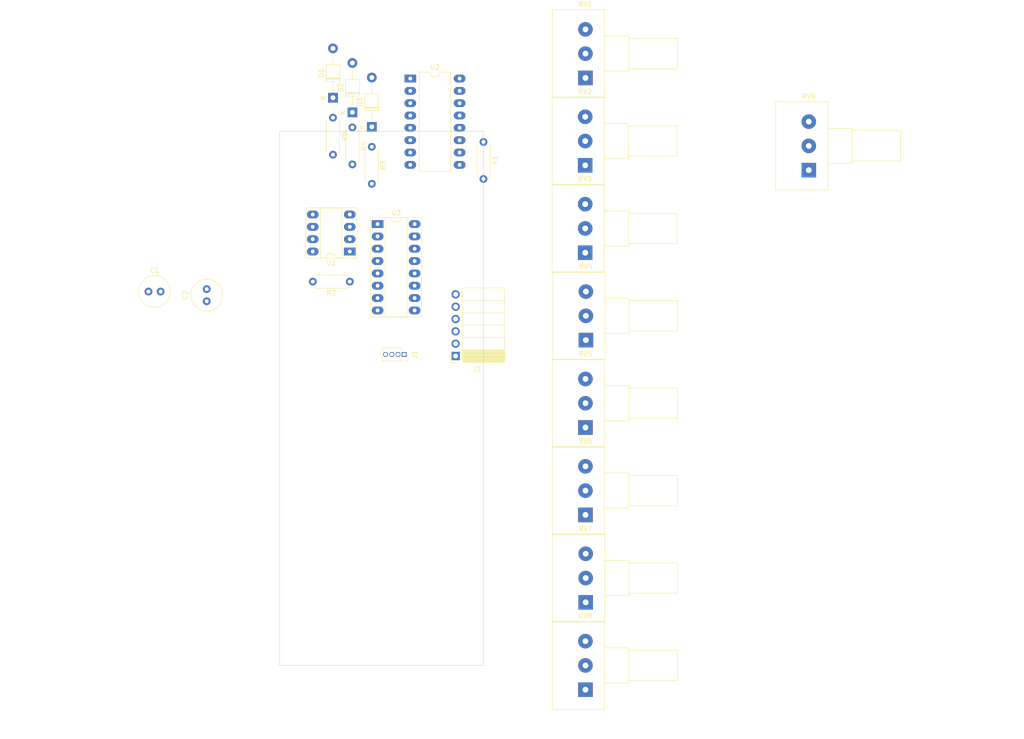
<source format=kicad_pcb>
(kicad_pcb (version 20211014) (generator pcbnew)
  (layers (0 "F.Cu" signal) (31 "B.Cu" signal) (34 "B.Paste" user) (35 "F.Paste" user) (36 "B.SilkS" user "B.Silkscreen") (37 "F.SilkS" user "F.Silkscreen") (38 "B.Mask" user) (39 "F.Mask" user) (44 "Edge.Cuts" user))
  (net 0 "")
  (net 1 "+12V")
  (net 2 "+5V")
  (net 3 "GND")
  (net 4 "-12V")
  (net 5 "/+ref")
  (net 6 "/bin2")
  (net 7 "Net-(U2-Pad4)")
  (net 8 "/bin1")
  (net 9 "Net-(U2-Pad5)")
  (net 10 "/bin0")
  (net 11 "Net-(U2-Pad7)")
  (net 12 "Net-(R1-Pad1)")
  (net 13 "/inh_in")
  (net 14 "Net-(RV1-Pad2)")
  (net 15 "Net-(RV2-Pad2)")
  (net 16 "Net-(RV3-Pad2)")
  (net 17 "Net-(RV4-Pad2)")
  (net 18 "Net-(RV5-Pad2)")
  (net 19 "Net-(RV6-Pad2)")
  (net 20 "Net-(RV7-Pad2)")
  (net 21 "Net-(RV8-Pad2)")
  (net 23 "/v_out")
  (net 24 "Net-(U1-Pad3)")
  (net 32 "/clk_in")
  (footprint "Potentiometer_THT:Potentiometer_Alps_RK163_Single_Horizontal" (layer "F.Cu") (at 211 61 180)
    (fp_text reference "RV9" (at 0 15.2) (layer "F.SilkS"))
    (fp_text value "10k")
    (fp_line (start -3.92 8.62) (end -8.92 8.62) (layer "F.SilkS") (width 0.12))
    (fp_line (start -3.92 14.07) (end -3.92 -4.07) (layer "F.SilkS") (width 0.12))
    (fp_line (start -3.92 1.38) (end -8.92 1.38) (layer "F.SilkS") (width 0.12))
    (fp_line (start 6.82 14.07) (end -3.92 14.07) (layer "F.SilkS") (width 0.12))
    (fp_line (start -18.92 8.12) (end -18.92 1.88) (layer "F.SilkS") (width 0.12))
    (fp_line (start -8.92 8.12) (end -18.92 8.12) (layer "F.SilkS") (width 0.12))
    (fp_line (start 6.82 -4.07) (end -3.92 -4.07) (layer "F.SilkS") (width 0.12))
    (fp_line (start -8.92 1.88) (end -18.92 1.88) (layer "F.SilkS") (width 0.12))
    (fp_line (start 6.82 14.07) (end 6.82 -4.07) (layer "F.SilkS") (width 0.12))
    (fp_line (start -8.92 8.62) (end -8.92 1.38) (layer "F.SilkS") (width 0.12))
    (pad "1" thru_hole rect (at 0 0) (size 3 3) (drill 1.2) (layers *.Cu *.Mask) (net 2 "+5V"))
    (pad "2" thru_hole circle (at 0 5) (size 3 3) (drill 1.2) (layers *.Cu *.Mask) (net 5 "/+ref"))
    (pad "3" thru_hole circle (at 0 10) (size 3 3) (drill 1.2) (layers *.Cu *.Mask) (net 3 "GND"))
  )
  (footprint "Resistor_THT:R_Axial_DIN0207_L6.3mm_D2.5mm_P7.62mm_Horizontal" (layer "F.Cu") (at 113 50.19 -90)
    (fp_text reference "R5" (at 3.81 -2.37 90) (layer "F.SilkS"))
    (fp_text value "R")
    (fp_line (start 0.54 1.37) (end 7.08 1.37) (layer "F.SilkS") (width 0.12))
    (fp_line (start 0.54 -1.37) (end 7.08 -1.37) (layer "F.SilkS") (width 0.12))
    (fp_line (start 7.08 1.37) (end 7.08 1.04) (layer "F.SilkS") (width 0.12))
    (fp_line (start 0.54 -1.04) (end 0.54 -1.37) (layer "F.SilkS") (width 0.12))
    (fp_line (start 0.54 1.04) (end 0.54 1.37) (layer "F.SilkS") (width 0.12))
    (fp_line (start 7.08 -1.37) (end 7.08 -1.04) (layer "F.SilkS") (width 0.12))
    (pad "1" thru_hole circle (at 0 0 270) (size 1.6 1.6) (drill 0.8) (layers *.Cu *.Mask) (net 6 "/bin2"))
    (pad "2" thru_hole oval (at 7.62 0 270) (size 1.6 1.6) (drill 0.8) (layers *.Cu *.Mask) (net 3 "GND"))
  )
  (footprint "Diode_THT:D_T-1_P10.16mm_Horizontal" (layer "F.Cu") (at 121 52.08 90)
    (fp_text reference "D3" (at 5.08 -2.42 90) (layer "F.SilkS"))
    (fp_text value "D")
    (fp_text user "K" (at 0 -2 90) (layer "F.SilkS"))
    (fp_line (start 6.8 -1.42) (end 3.36 -1.42) (layer "F.SilkS") (width 0.12))
    (fp_line (start 4.08 -1.42) (end 4.08 1.42) (layer "F.SilkS") (width 0.12))
    (fp_line (start 1.24 0) (end 3.36 0) (layer "F.SilkS") (width 0.12))
    (fp_line (start 6.8 1.42) (end 6.8 -1.42) (layer "F.SilkS") (width 0.12))
    (fp_line (start 3.36 1.42) (end 6.8 1.42) (layer "F.SilkS") (width 0.12))
    (fp_line (start 8.92 0) (end 6.8 0) (layer "F.SilkS") (width 0.12))
    (fp_line (start 3.96 -1.42) (end 3.96 1.42) (layer "F.SilkS") (width 0.12))
    (fp_line (start 3.84 -1.42) (end 3.84 1.42) (layer "F.SilkS") (width 0.12))
    (fp_line (start 3.36 -1.42) (end 3.36 1.42) (layer "F.SilkS") (width 0.12))
    (pad "1" thru_hole rect (at 0 0 90) (size 2 2) (drill 1) (layers *.Cu *.Mask) (net 10 "/bin0"))
    (pad "2" thru_hole oval (at 10.16 0 90) (size 2 2) (drill 1) (layers *.Cu *.Mask) (net 11 "Net-(U2-Pad7)"))
  )
  (footprint "Package_DIP:DIP-16_W10.16mm_LongPads" (layer "F.Cu") (at 128.925 42.125)
    (fp_text reference "U2" (at 5.08 -2.33) (layer "F.SilkS"))
    (fp_text value "4020")
    (fp_line (start 4.08 -1.33) (end 1.845 -1.33) (layer "F.SilkS") (width 0.12))
    (fp_line (start 1.845 -1.33) (end 1.845 19.11) (layer "F.SilkS") (width 0.12))
    (fp_line (start 1.845 19.11) (end 8.315 19.11) (layer "F.SilkS") (width 0.12))
    (fp_line (start 8.315 -1.33) (end 6.08 -1.33) (layer "F.SilkS") (width 0.12))
    (fp_line (start 8.315 19.11) (end 8.315 -1.33) (layer "F.SilkS") (width 0.12))
    (fp_arc (start 6.08 -1.33) (mid 5.08 -0.33) (end 4.08 -1.33) (layer "F.SilkS") (width 0.12))
    (pad "1" thru_hole rect (at 0 0) (size 2.4 1.6) (drill 0.8) (layers *.Cu *.Mask))
    (pad "2" thru_hole oval (at 0 2.54) (size 2.4 1.6) (drill 0.8) (layers *.Cu *.Mask))
    (pad "3" thru_hole oval (at 0 5.08) (size 2.4 1.6) (drill 0.8) (layers *.Cu *.Mask))
    (pad "4" thru_hole oval (at 0 7.62) (size 2.4 1.6) (drill 0.8) (layers *.Cu *.Mask) (net 7 "Net-(U2-Pad4)"))
    (pad "5" thru_hole oval (at 0 10.16) (size 2.4 1.6) (drill 0.8) (layers *.Cu *.Mask) (net 9 "Net-(U2-Pad5)"))
    (pad "6" thru_hole oval (at 0 12.7) (size 2.4 1.6) (drill 0.8) (layers *.Cu *.Mask))
    (pad "7" thru_hole oval (at 0 15.24) (size 2.4 1.6) (drill 0.8) (layers *.Cu *.Mask) (net 11 "Net-(U2-Pad7)"))
    (pad "8" thru_hole oval (at 0 17.78) (size 2.4 1.6) (drill 0.8) (layers *.Cu *.Mask) (net 3 "GND"))
    (pad "9" thru_hole oval (at 10.16 17.78) (size 2.4 1.6) (drill 0.8) (layers *.Cu *.Mask))
    (pad "10" thru_hole oval (at 10.16 15.24) (size 2.4 1.6) (drill 0.8) (layers *.Cu *.Mask) (net 32 "/clk_in"))
    (pad "11" thru_hole oval (at 10.16 12.7) (size 2.4 1.6) (drill 0.8) (layers *.Cu *.Mask) (net 12 "Net-(R1-Pad1)"))
    (pad "12" thru_hole oval (at 10.16 10.16) (size 2.4 1.6) (drill 0.8) (layers *.Cu *.Mask))
    (pad "13" thru_hole oval (at 10.16 7.62) (size 2.4 1.6) (drill 0.8) (layers *.Cu *.Mask))
    (pad "14" thru_hole oval (at 10.16 5.08) (size 2.4 1.6) (drill 0.8) (layers *.Cu *.Mask))
    (pad "15" thru_hole oval (at 10.16 2.54) (size 2.4 1.6) (drill 0.8) (layers *.Cu *.Mask))
    (pad "16" thru_hole oval (at 10.16 0) (size 2.4 1.6) (drill 0.8) (layers *.Cu *.Mask) (net 2 "+5V"))
  )
  (footprint "Potentiometer_THT:Potentiometer_Alps_RK163_Single_Horizontal" (layer "F.Cu") (at 165 114 180)
    (fp_text reference "RV5" (at 0 15.2) (layer "F.SilkS"))
    (fp_text value "100k")
    (fp_line (start -8.92 1.88) (end -18.92 1.88) (layer "F.SilkS") (width 0.12))
    (fp_line (start 6.82 -4.07) (end -3.92 -4.07) (layer "F.SilkS") (width 0.12))
    (fp_line (start -8.92 8.12) (end -18.92 8.12) (layer "F.SilkS") (width 0.12))
    (fp_line (start 6.82 14.07) (end 6.82 -4.07) (layer "F.SilkS") (width 0.12))
    (fp_line (start -3.92 1.38) (end -8.92 1.38) (layer "F.SilkS") (width 0.12))
    (fp_line (start 6.82 14.07) (end -3.92 14.07) (layer "F.SilkS") (width 0.12))
    (fp_line (start -18.92 8.12) (end -18.92 1.88) (layer "F.SilkS") (width 0.12))
    (fp_line (start -8.92 8.62) (end -8.92 1.38) (layer "F.SilkS") (width 0.12))
    (fp_line (start -3.92 8.62) (end -8.92 8.62) (layer "F.SilkS") (width 0.12))
    (fp_line (start -3.92 14.07) (end -3.92 -4.07) (layer "F.SilkS") (width 0.12))
    (pad "1" thru_hole rect (at 0 0) (size 3 3) (drill 1.2) (layers *.Cu *.Mask) (net 5 "/+ref"))
    (pad "2" thru_hole circle (at 0 5) (size 3 3) (drill 1.2) (layers *.Cu *.Mask) (net 18 "Net-(RV5-Pad2)"))
    (pad "3" thru_hole circle (at 0 10) (size 3 3) (drill 1.2) (layers *.Cu *.Mask) (net 3 "GND"))
  )
  (footprint "Resistor_THT:R_Axial_DIN0207_L6.3mm_D2.5mm_P7.62mm_Horizontal" (layer "F.Cu") (at 144 55.19 -90)
    (fp_text reference "R1" (at 3.81 -2.37 90) (layer "F.SilkS"))
    (fp_text value "R")
    (fp_line (start 7.08 1.37) (end 7.08 1.04) (layer "F.SilkS") (width 0.12))
    (fp_line (start 7.08 -1.37) (end 7.08 -1.04) (layer "F.SilkS") (width 0.12))
    (fp_line (start 0.54 1.04) (end 0.54 1.37) (layer "F.SilkS") (width 0.12))
    (fp_line (start 0.54 -1.37) (end 7.08 -1.37) (layer "F.SilkS") (width 0.12))
    (fp_line (start 0.54 1.37) (end 7.08 1.37) (layer "F.SilkS") (width 0.12))
    (fp_line (start 0.54 -1.04) (end 0.54 -1.37) (layer "F.SilkS") (width 0.12))
    (pad "1" thru_hole circle (at 0 0 270) (size 1.6 1.6) (drill 0.8) (layers *.Cu *.Mask) (net 12 "Net-(R1-Pad1)"))
    (pad "2" thru_hole oval (at 7.62 0 270) (size 1.6 1.6) (drill 0.8) (layers *.Cu *.Mask) (net 3 "GND"))
  )
  (footprint "Diode_THT:D_T-1_P10.16mm_Horizontal" (layer "F.Cu") (at 117 49.08 90)
    (fp_text reference "D2" (at 5.08 -2.42 90) (layer "F.SilkS"))
    (fp_text value "D")
    (fp_text user "K" (at 0 -2 90) (layer "F.SilkS"))
    (fp_line (start 3.84 -1.42) (end 3.84 1.42) (layer "F.SilkS") (width 0.12))
    (fp_line (start 6.8 1.42) (end 6.8 -1.42) (layer "F.SilkS") (width 0.12))
    (fp_line (start 3.36 -1.42) (end 3.36 1.42) (layer "F.SilkS") (width 0.12))
    (fp_line (start 3.36 1.42) (end 6.8 1.42) (layer "F.SilkS") (width 0.12))
    (fp_line (start 1.24 0) (end 3.36 0) (layer "F.SilkS") (width 0.12))
    (fp_line (start 3.96 -1.42) (end 3.96 1.42) (layer "F.SilkS") (width 0.12))
    (fp_line (start 4.08 -1.42) (end 4.08 1.42) (layer "F.SilkS") (width 0.12))
    (fp_line (start 6.8 -1.42) (end 3.36 -1.42) (layer "F.SilkS") (width 0.12))
    (fp_line (start 8.92 0) (end 6.8 0) (layer "F.SilkS") (width 0.12))
    (pad "1" thru_hole rect (at 0 0 90) (size 2 2) (drill 1) (layers *.Cu *.Mask) (net 8 "/bin1"))
    (pad "2" thru_hole oval (at 10.16 0 90) (size 2 2) (drill 1) (layers *.Cu *.Mask) (net 9 "Net-(U2-Pad5)"))
  )
  (footprint "Potentiometer_THT:Potentiometer_Alps_RK163_Single_Horizontal" (layer "F.Cu") (at 165 132 180)
    (fp_text reference "RV6" (at 0 15.2) (layer "F.SilkS"))
    (fp_text value "100k")
    (fp_line (start 6.82 -4.07) (end -3.92 -4.07) (layer "F.SilkS") (width 0.12))
    (fp_line (start -3.92 1.38) (end -8.92 1.38) (layer "F.SilkS") (width 0.12))
    (fp_line (start -8.92 1.88) (end -18.92 1.88) (layer "F.SilkS") (width 0.12))
    (fp_line (start -3.92 8.62) (end -8.92 8.62) (layer "F.SilkS") (width 0.12))
    (fp_line (start -3.92 14.07) (end -3.92 -4.07) (layer "F.SilkS") (width 0.12))
    (fp_line (start -18.92 8.12) (end -18.92 1.88) (layer "F.SilkS") (width 0.12))
    (fp_line (start 6.82 14.07) (end -3.92 14.07) (layer "F.SilkS") (width 0.12))
    (fp_line (start -8.92 8.62) (end -8.92 1.38) (layer "F.SilkS") (width 0.12))
    (fp_line (start -8.92 8.12) (end -18.92 8.12) (layer "F.SilkS") (width 0.12))
    (fp_line (start 6.82 14.07) (end 6.82 -4.07) (layer "F.SilkS") (width 0.12))
    (pad "1" thru_hole rect (at 0 0) (size 3 3) (drill 1.2) (layers *.Cu *.Mask) (net 5 "/+ref"))
    (pad "2" thru_hole circle (at 0 5) (size 3 3) (drill 1.2) (layers *.Cu *.Mask) (net 19 "Net-(RV6-Pad2)"))
    (pad "3" thru_hole circle (at 0 10) (size 3 3) (drill 1.2) (layers *.Cu *.Mask) (net 3 "GND"))
  )
  (footprint "Diode_THT:D_T-1_P10.16mm_Horizontal" (layer "F.Cu") (at 113 46.08 90)
    (fp_text reference "D1" (at 5.08 -2.42 90) (layer "F.SilkS"))
    (fp_text value "D")
    (fp_text user "K" (at 0 -2 90) (layer "F.SilkS"))
    (fp_line (start 3.36 1.42) (end 6.8 1.42) (layer "F.SilkS") (width 0.12))
    (fp_line (start 6.8 -1.42) (end 3.36 -1.42) (layer "F.SilkS") (width 0.12))
    (fp_line (start 6.8 1.42) (end 6.8 -1.42) (layer "F.SilkS") (width 0.12))
    (fp_line (start 1.24 0) (end 3.36 0) (layer "F.SilkS") (width 0.12))
    (fp_line (start 3.84 -1.42) (end 3.84 1.42) (layer "F.SilkS") (width 0.12))
    (fp_line (start 3.96 -1.42) (end 3.96 1.42) (layer "F.SilkS") (width 0.12))
    (fp_line (start 8.92 0) (end 6.8 0) (layer "F.SilkS") (width 0.12))
    (fp_line (start 4.08 -1.42) (end 4.08 1.42) (layer "F.SilkS") (width 0.12))
    (fp_line (start 3.36 -1.42) (end 3.36 1.42) (layer "F.SilkS") (width 0.12))
    (pad "1" thru_hole rect (at 0 0 90) (size 2 2) (drill 1) (layers *.Cu *.Mask) (net 6 "/bin2"))
    (pad "2" thru_hole oval (at 10.16 0 90) (size 2 2) (drill 1) (layers *.Cu *.Mask) (net 7 "Net-(U2-Pad4)"))
  )
  (footprint "Capacitor_THT:C_Radial_D6.3mm_H11.0mm_P2.50mm" (layer "F.Cu") (at 75 86)
    (fp_text reference "C1" (at 1.25 -4.4) (layer "F.SilkS"))
    (fp_text value "C")
    (fp_circle (center 1.25 0) (end 4.52 0) (layer "F.SilkS") (width 0.12) (fill none))
    (pad "1" thru_hole circle (at 0 0) (size 1.6 1.6) (drill 0.8) (layers *.Cu *.Mask) (net 2 "+5V"))
    (pad "2" thru_hole circle (at 2.5 0) (size 1.6 1.6) (drill 0.8) (layers *.Cu *.Mask) (net 3 "GND"))
  )
  (footprint "Connector_PinSocket_1.27mm:PinSocket_1x04_P1.27mm_Vertical" (layer "F.Cu") (at 127.66 98.95 -90)
    (fp_text reference "J1" (at 0 -2.135 90) (layer "F.SilkS"))
    (fp_text value "PowerSupply")
    (fp_line (start -1.33 4.505) (end -0.30753 4.505) (layer "F.SilkS") (width 0.12))
    (fp_line (start -1.33 0.635) (end -0.76 0.635) (layer "F.SilkS") (width 0.12))
    (fp_line (start 0.76 0.635) (end 1.33 0.635) (layer "F.SilkS") (width 0.12))
    (fp_line (start 1.33 0.635) (end 1.33 4.505) (layer "F.SilkS") (width 0.12))
    (fp_line (start 0 -0.76) (end 1.33 -0.76) (layer "F.SilkS") (width 0.12))
    (fp_line (start 0.30753 4.505) (end 1.33 4.505) (layer "F.SilkS") (width 0.12))
    (fp_line (start -1.33 0.635) (end -1.33 4.505) (layer "F.SilkS") (width 0.12))
    (fp_line (start 1.33 -0.76) (end 1.33 0) (layer "F.SilkS") (width 0.12))
    (pad "1" thru_hole rect (at 0 0 270) (size 1 1) (drill 0.7) (layers *.Cu *.Mask) (net 1 "+12V"))
    (pad "2" thru_hole oval (at 0 1.27 270) (size 1 1) (drill 0.7) (layers *.Cu *.Mask) (net 2 "+5V"))
    (pad "3" thru_hole oval (at 0 2.54 270) (size 1 1) (drill 0.7) (layers *.Cu *.Mask) (net 3 "GND"))
    (pad "4" thru_hole oval (at 0 3.81 270) (size 1 1) (drill 0.7) (layers *.Cu *.Mask) (net 4 "-12V"))
  )
  (footprint "Resistor_THT:R_Axial_DIN0207_L6.3mm_D2.5mm_P7.62mm_Horizontal" (layer "F.Cu") (at 121 56.19 -90)
    (fp_text reference "R3" (at 3.81 -2.37 90) (layer "F.SilkS"))
    (fp_text value "R")
    (fp_line (start 0.54 -1.04) (end 0.54 -1.37) (layer "F.SilkS") (width 0.12))
    (fp_line (start 7.08 -1.37) (end 7.08 -1.04) (layer "F.SilkS") (width 0.12))
    (fp_line (start 7.08 1.37) (end 7.08 1.04) (layer "F.SilkS") (width 0.12))
    (fp_line (start 0.54 -1.37) (end 7.08 -1.37) (layer "F.SilkS") (width 0.12))
    (fp_line (start 0.54 1.04) (end 0.54 1.37) (layer "F.SilkS") (width 0.12))
    (fp_line (start 0.54 1.37) (end 7.08 1.37) (layer "F.SilkS") (width 0.12))
    (pad "1" thru_hole circle (at 0 0 270) (size 1.6 1.6) (drill 0.8) (layers *.Cu *.Mask) (net 10 "/bin0"))
    (pad "2" thru_hole oval (at 7.62 0 270) (size 1.6 1.6) (drill 0.8) (layers *.Cu *.Mask) (net 3 "GND"))
  )
  (footprint "Potentiometer_THT:Potentiometer_Alps_RK163_Single_Horizontal" (layer "F.Cu") (at 165.05 150 180)
    (fp_text reference "RV7" (at 0 15.2) (layer "F.SilkS"))
    (fp_text value "100k")
    (fp_line (start -3.92 1.38) (end -8.92 1.38) (layer "F.SilkS") (width 0.12))
    (fp_line (start -3.92 8.62) (end -8.92 8.62) (layer "F.SilkS") (width 0.12))
    (fp_line (start 6.82 -4.07) (end -3.92 -4.07) (layer "F.SilkS") (width 0.12))
    (fp_line (start -8.92 8.62) (end -8.92 1.38) (layer "F.SilkS") (width 0.12))
    (fp_line (start -3.92 14.07) (end -3.92 -4.07) (layer "F.SilkS") (width 0.12))
    (fp_line (start 6.82 14.07) (end 6.82 -4.07) (layer "F.SilkS") (width 0.12))
    (fp_line (start -18.92 8.12) (end -18.92 1.88) (layer "F.SilkS") (width 0.12))
    (fp_line (start 6.82 14.07) (end -3.92 14.07) (layer "F.SilkS") (width 0.12))
    (fp_line (start -8.92 8.12) (end -18.92 8.12) (layer "F.SilkS") (width 0.12))
    (fp_line (start -8.92 1.88) (end -18.92 1.88) (layer "F.SilkS") (width 0.12))
    (pad "1" thru_hole rect (at 0 0) (size 3 3) (drill 1.2) (layers *.Cu *.Mask) (net 5 "/+ref"))
    (pad "2" thru_hole circle (at 0 5) (size 3 3) (drill 1.2) (layers *.Cu *.Mask) (net 20 "Net-(RV7-Pad2)"))
    (pad "3" thru_hole circle (at 0 10) (size 3 3) (drill 1.2) (layers *.Cu *.Mask) (net 3 "GND"))
  )
  (footprint "Connector_PinSocket_2.54mm:PinSocket_1x06_P2.54mm_Horizontal" (layer "F.Cu") (at 138.26 99.275 180)
    (fp_text reference "J2" (at -4.38 -2.77) (layer "F.SilkS"))
    (fp_text value "Conn_01x06_Female")
    (fp_line (start -10.09 0.67952) (end -1.46 0.67952) (layer "F.SilkS") (width 0.12))
    (fp_line (start -1.46 7.98) (end -1.05 7.98) (layer "F.SilkS") (width 0.12))
    (fp_line (start -1.46 2.9) (end -1.05 2.9) (layer "F.SilkS") (width 0.12))
    (fp_line (start -1.46 4.72) (end -1.05 4.72) (layer "F.SilkS") (width 0.12))
    (fp_line (start -10.09 0.44333) (end -1.46 0.44333) (layer "F.SilkS") (width 0.12))
    (fp_line (start -10.09 -0.383335) (end -1.46 -0.383335) (layer "F.SilkS") (width 0.12))
    (fp_line (start 0 -1.33) (end 1.11 -1.33) (layer "F.SilkS") (width 0.12))
    (fp_line (start -10.09 -0.97381) (end -1.46 -0.97381) (layer "F.SilkS") (width 0.12))
    (fp_line (start -1.46 -0.36) (end -1.11 -0.36) (layer "F.SilkS") (width 0.12))
    (fp_line (start -10.09 14.03) (end -1.46 14.03) (layer "F.SilkS") (width 0.12))
    (fp_line (start -10.09 0.325235) (end -1.46 0.325235) (layer "F.SilkS") (width 0.12))
    (fp_line (start -1.46 0.36) (end -1.11 0.36) (layer "F.SilkS") (width 0.12))
    (fp_line (start -10.09 6.35) (end -1.46 6.35) (layer "F.SilkS") (width 0.12))
    (fp_line (start 1.11 -1.33) (end 1.11 0) (layer "F.SilkS") (width 0.12))
    (fp_line (start -10.09 3.81) (end -1.46 3.81) (layer "F.SilkS") (width 0.12))
    (fp_line (start -10.09 0.089045) (end -1.46 0.089045) (layer "F.SilkS") (width 0.12))
    (fp_line (start -1.46 -1.33) (end -1.46 14.03) (layer "F.SilkS") (width 0.12))
    (fp_line (start -10.09 8.89) (end -1.46 8.89) (layer "F.SilkS") (width 0.12))
    (fp_line (start -10.09 -0.855715) (end -1.46 -0.855715) (layer "F.SilkS") (width 0.12))
    (fp_line (start -10.09 -1.33) (end -10.09 14.03) (layer "F.SilkS") (width 0.12))
    (fp_line (start -10.09 0.561425) (end -1.46 0.561425) (layer "F.SilkS") (width 0.12))
    (fp_line (start -10.09 -0.147145) (end -1.46 -0.147145) (layer "F.SilkS") (width 0.12))
    (fp_line (start -10.09 0.797615) (end -1.46 0.797615) (layer "F.SilkS") (width 0.12))
    (fp_line (start -10.09 -1.33) (end -1.46 -1.33) (layer "F.SilkS") (width 0.12))
    (fp_line (start -10.09 -1.21) (end -1.46 -1.21) (layer "F.SilkS") (width 0.12))
    (fp_line (start -10.09 1.033805) (end -1.46 1.033805) (layer "F.SilkS") (width 0.12))
    (fp_line (start -10.09 0.20714) (end -1.46 0.20714) (layer "F.SilkS") (width 0.12))
    (fp_line (start -10.09 -1.091905) (end -1.46 -1.091905) (layer "F.SilkS") (width 0.12))
    (fp_line (start -1.46 7.26) (end -1.05 7.26) (layer "F.SilkS") (width 0.12))
    (fp_line (start -10.09 1.27) (end -1.46 1.27) (layer "F.SilkS") (width 0.12))
    (fp_line (start -10.09 -0.50143) (end -1.46 -0.50143) (layer "F.SilkS") (width 0.12))
    (fp_line (start -10.09 -0.73762) (end -1.46 -0.73762) (layer "F.SilkS") (width 0.12))
    (fp_line (start -1.46 9.8) (end -1.05 9.8) (layer "F.SilkS") (width 0.12))
    (fp_line (start -1.46 5.44) (end -1.05 5.44) (layer "F.SilkS") (width 0.12))
    (fp_line (start -10.09 11.43) (end -1.46 11.43) (layer "F.SilkS") (width 0.12))
    (fp_line (start -1.46 2.18) (end -1.05 2.18) (layer "F.SilkS") (width 0.12))
    (fp_line (start -1.46 10.52) (end -1.05 10.52) (layer "F.SilkS") (width 0.12))
    (fp_line (start -1.46 12.34) (end -1.05 12.34) (layer "F.SilkS") (width 0.12))
    (fp_line (start -10.09 0.91571) (end -1.46 0.91571) (layer "F.SilkS") (width 0.12))
    (fp_line (start -10.09 -0.02905) (end -1.46 -0.02905) (layer "F.SilkS") (width 0.12))
    (fp_line (start -10.09 -0.26524) (end -1.46 -0.26524) (layer "F.SilkS") (width 0.12))
    (fp_line (start -1.46 13.06) (end -1.05 13.06) (layer "F.SilkS") (width 0.12))
    (fp_line (start -10.09 1.1519) (end -1.46 1.1519) (layer "F.SilkS") (width 0.12))
    (fp_line (start -10.09 -0.619525) (end -1.46 -0.619525) (layer "F.SilkS") (width 0.12))
    (pad "1" thru_hole rect (at 0 0 180) (size 1.7 1.7) (drill 1) (layers *.Cu *.Mask) (net 6 "/bin2"))
    (pad "2" thru_hole oval (at 0 2.54 180) (size 1.7 1.7) (drill 1) (layers *.Cu *.Mask) (net 8 "/bin1"))
    (pad "3" thru_hole oval (at 0 5.08 180) (size 1.7 1.7) (drill 1) (layers *.Cu *.Mask) (net 10 "/bin0"))
    (pad "4" thru_hole oval (at 0 7.62 180) (size 1.7 1.7) (drill 1) (layers *.Cu *.Mask) (net 13 "/inh_in"))
    (pad "5" thru_hole oval (at 0 10.16 180) (size 1.7 1.7) (drill 1) (layers *.Cu *.Mask) (net 32 "/clk_in"))
    (pad "6" thru_hole oval (at 0 12.7 180) (size 1.7 1.7) (drill 1) (layers *.Cu *.Mask) (net 23 "/v_out"))
  )
  (footprint "Potentiometer_THT:Potentiometer_Alps_RK163_Single_Horizontal" (layer "F.Cu") (at 165 168 180)
    (fp_text reference "RV8" (at 0 15.2) (layer "F.SilkS"))
    (fp_text value "100k")
    (fp_line (start -8.92 8.62) (end -8.92 1.38) (layer "F.SilkS") (width 0.12))
    (fp_line (start -3.92 1.38) (end -8.92 1.38) (layer "F.SilkS") (width 0.12))
    (fp_line (start -3.92 14.07) (end -3.92 -4.07) (layer "F.SilkS") (width 0.12))
    (fp_line (start -18.92 8.12) (end -18.92 1.88) (layer "F.SilkS") (width 0.12))
    (fp_line (start -8.92 8.12) (end -18.92 8.12) (layer "F.SilkS") (width 0.12))
    (fp_line (start -3.92 8.62) (end -8.92 8.62) (layer "F.SilkS") (width 0.12))
    (fp_line (start 6.82 -4.07) (end -3.92 -4.07) (layer "F.SilkS") (width 0.12))
    (fp_line (start 6.82 14.07) (end -3.92 14.07) (layer "F.SilkS") (width 0.12))
    (fp_line (start -8.92 1.88) (end -18.92 1.88) (layer "F.SilkS") (width 0.12))
    (fp_line (start 6.82 14.07) (end 6.82 -4.07) (layer "F.SilkS") (width 0.12))
    (pad "1" thru_hole rect (at 0 0) (size 3 3) (drill 1.2) (layers *.Cu *.Mask) (net 5 "/+ref"))
    (pad "2" thru_hole circle (at 0 5) (size 3 3) (drill 1.2) (layers *.Cu *.Mask) (net 21 "Net-(RV8-Pad2)"))
    (pad "3" thru_hole circle (at 0 10) (size 3 3) (drill 1.2) (layers *.Cu *.Mask) (net 3 "GND"))
  )
  (footprint "Package_DIP:DIP-16_W7.62mm_Socket_LongPads" (layer "F.Cu") (at 122.2 72.1)
    (fp_text reference "U3" (at 3.81 -2.33) (layer "F.SilkS"))
    (fp_text value "CD4051B")
    (fp_line (start 1.56 -1.33) (end 1.56 19.11) (layer "F.SilkS") (width 0.12))
    (fp_line (start -1.44 19.17) (end 9.06 19.17) (layer "F.SilkS") (width 0.12))
    (fp_line (start 2.81 -1.33) (end 1.56 -1.33) (layer "F.SilkS") (width 0.12))
    (fp_line (start 9.06 -1.39) (end -1.44 -1.39) (layer "F.SilkS") (width 0.12))
    (fp_line (start 6.06 19.11) (end 6.06 -1.33) (layer "F.SilkS") (width 0.12))
    (fp_line (start 9.06 19.17) (end 9.06 -1.39) (layer "F.SilkS") (width 0.12))
    (fp_line (start 1.56 19.11) (end 6.06 19.11) (layer "F.SilkS") (width 0.12))
    (fp_line (start 6.06 -1.33) (end 4.81 -1.33) (layer "F.SilkS") (width 0.12))
    (fp_line (start -1.44 -1.39) (end -1.44 19.17) (layer "F.SilkS") (width 0.12))
    (fp_arc (start 4.81 -1.33) (mid 3.81 -0.33) (end 2.81 -1.33) (layer "F.SilkS") (width 0.12))
    (pad "1" thru_hole rect (at 0 0) (size 2.4 1.6) (drill 0.8) (layers *.Cu *.Mask) (net 18 "Net-(RV5-Pad2)"))
    (pad "2" thru_hole oval (at 0 2.54) (size 2.4 1.6) (drill 0.8) (layers *.Cu *.Mask) (net 20 "Net-(RV7-Pad2)"))
    (pad "3" thru_hole oval (at 0 5.08) (size 2.4 1.6) (drill 0.8) (layers *.Cu *.Mask) (net 24 "Net-(U1-Pad3)"))
    (pad "4" thru_hole oval (at 0 7.62) (size 2.4 1.6) (drill 0.8) (layers *.Cu *.Mask) (net 21 "Net-(RV8-Pad2)"))
    (pad "5" thru_hole oval (at 0 10.16) (size 2.4 1.6) (drill 0.8) (layers *.Cu *.Mask) (net 19 "Net-(RV6-Pad2)"))
    (pad "6" thru_hole oval (at 0 12.7) (size 2.4 1.6) (drill 0.8) (layers *.Cu *.Mask) (net 13 "/inh_in"))
    (pad "7" thru_hole oval (at 0 15.24) (size 2.4 1.6) (drill 0.8) (layers *.Cu *.Mask) (net 3 "GND"))
    (pad "8" thru_hole oval (at 0 17.78) (size 2.4 1.6) (drill 0.8) (layers *.Cu *.Mask) (net 3 "GND"))
    (pad "9" thru_hole oval (at 7.62 17.78) (size 2.4 1.6) (drill 0.8) (layers *.Cu *.Mask) (net 6 "/bin2"))
    (pad "10" thru_hole oval (at 7.62 15.24) (size 2.4 1.6) (drill 0.8) (layers *.Cu *.Mask) (net 8 "/bin1"))
    (pad "11" thru_hole oval (at 7.62 12.7) (size 2.4 1.6) (drill 0.8) (layers *.Cu *.Mask) (net 10 "/bin0"))
    (pad "12" thru_hole oval (at 7.62 10.16) (size 2.4 1.6) (drill 0.8) (layers *.Cu *.Mask) (net 17 "Net-(RV4-Pad2)"))
    (pad "13" thru_hole oval (at 7.62 7.62) (size 2.4 1.6) (drill 0.8) (layers *.Cu *.Mask) (net 14 "Net-(RV1-Pad2)"))
    (pad "14" thru_hole oval (at 7.62 5.08) (size 2.4 1.6) (drill 0.8) (layers *.Cu *.Mask) (net 15 "Net-(RV2-Pad2)"))
    (pad "15" thru_hole oval (at 7.62 2.54) (size 2.4 1.6) (drill 0.8) (layers *.Cu *.Mask) (net 16 "Net-(RV3-Pad2)"))
    (pad "16" thru_hole oval (at 7.62 0) (size 2.4 1.6) (drill 0.8) (layers *.Cu *.Mask) (net 2 "+5V"))
  )
  (footprint "Resistor_THT:R_Axial_DIN0207_L6.3mm_D2.5mm_P7.62mm_Horizontal" (layer "F.Cu") (at 116.47 83.95 180)
    (fp_text reference "R2" (at 3.81 -2.37) (layer "F.SilkS"))
    (fp_text value "R")
    (fp_line (start 0.54 1.04) (end 0.54 1.37) (layer "F.SilkS") (width 0.12))
    (fp_line (start 0.54 -1.04) (end 0.54 -1.37) (layer "F.SilkS") (width 0.12))
    (fp_line (start 7.08 -1.37) (end 7.08 -1.04) (layer "F.SilkS") (width 0.12))
    (fp_line (start 7.08 1.37) (end 7.08 1.04) (layer "F.SilkS") (width 0.12))
    (fp_line (start 0.54 -1.37) (end 7.08 -1.37) (layer "F.SilkS") (width 0.12))
    (fp_line (start 0.54 1.37) (end 7.08 1.37) (layer "F.SilkS") (width 0.12))
    (pad "1" thru_hole circle (at 0 0 180) (size 1.6 1.6) (drill 0.8) (layers *.Cu *.Mask) (net 13 "/inh_in"))
    (pad "2" thru_hole oval (at 7.62 0 180) (size 1.6 1.6) (drill 0.8) (layers *.Cu *.Mask) (net 3 "GND"))
  )
  (footprint "Capacitor_THT:C_Radial_D6.3mm_H11.0mm_P2.50mm" (layer "F.Cu") (at 87 88 90)
    (fp_text reference "C2" (at 1.25 -4.4 90) (layer "F.SilkS"))
    (fp_text value "C")
    (fp_circle (center 1.25 0) (end 4.52 0) (layer "F.SilkS") (width 0.12) (fill none))
    (pad "1" thru_hole circle (at 0 0 90) (size 1.6 1.6) (drill 0.8) (layers *.Cu *.Mask) (net 5 "/+ref"))
    (pad "2" thru_hole circle (at 2.5 0 90) (size 1.6 1.6) (drill 0.8) (layers *.Cu *.Mask) (net 3 "GND"))
  )
  (footprint "Potentiometer_THT:Potentiometer_Alps_RK163_Single_Horizontal" (layer "F.Cu") (at 164.95 60 180)
    (fp_text reference "RV2" (at 0 15.2) (layer "F.SilkS"))
    (fp_text value "100k")
    (fp_line (start 6.82 -4.07) (end -3.92 -4.07) (layer "F.SilkS") (width 0.12))
    (fp_line (start -8.92 1.88) (end -18.92 1.88) (layer "F.SilkS") (width 0.12))
    (fp_line (start 6.82 14.07) (end 6.82 -4.07) (layer "F.SilkS") (width 0.12))
    (fp_line (start -18.92 8.12) (end -18.92 1.88) (layer "F.SilkS") (width 0.12))
    (fp_line (start -8.92 8.12) (end -18.92 8.12) (layer "F.SilkS") (width 0.12))
    (fp_line (start -3.92 1.38) (end -8.92 1.38) (layer "F.SilkS") (width 0.12))
    (fp_line (start -3.92 14.07) (end -3.92 -4.07) (layer "F.SilkS") (width 0.12))
    (fp_line (start -8.92 8.62) (end -8.92 1.38) (layer "F.SilkS") (width 0.12))
    (fp_line (start 6.82 14.07) (end -3.92 14.07) (layer "F.SilkS") (width 0.12))
    (fp_line (start -3.92 8.62) (end -8.92 8.62) (layer "F.SilkS") (width 0.12))
    (pad "1" thru_hole rect (at 0 0) (size 3 3) (drill 1.2) (layers *.Cu *.Mask) (net 5 "/+ref"))
    (pad "2" thru_hole circle (at 0 5) (size 3 3) (drill 1.2) (layers *.Cu *.Mask) (net 15 "Net-(RV2-Pad2)"))
    (pad "3" thru_hole circle (at 0 10) (size 3 3) (drill 1.2) (layers *.Cu *.Mask) (net 3 "GND"))
  )
  (footprint "Potentiometer_THT:Potentiometer_Alps_RK163_Single_Horizontal" (layer "F.Cu") (at 164.95 78 180)
    (fp_text reference "RV3" (at 0 15.2) (layer "F.SilkS"))
    (fp_text value "100k")
    (fp_line (start -3.92 14.07) (end -3.92 -4.07) (layer "F.SilkS") (width 0.12))
    (fp_line (start -8.92 1.88) (end -18.92 1.88) (layer "F.SilkS") (width 0.12))
    (fp_line (start -8.92 8.12) (end -18.92 8.12) (layer "F.SilkS") (width 0.12))
    (fp_line (start 6.82 -4.07) (end -3.92 -4.07) (layer "F.SilkS") (width 0.12))
    (fp_line (start 6.82 14.07) (end 6.82 -4.07) (layer "F.SilkS") (width 0.12))
    (fp_line (start -3.92 8.62) (end -8.92 8.62) (layer "F.SilkS") (width 0.12))
    (fp_line (start -3.92 1.38) (end -8.92 1.38) (layer "F.SilkS") (width 0.12))
    (fp_line (start -8.92 8.62) (end -8.92 1.38) (layer "F.SilkS") (width 0.12))
    (fp_line (start -18.92 8.12) (end -18.92 1.88) (layer "F.SilkS") (width 0.12))
    (fp_line (start 6.82 14.07) (end -3.92 14.07) (layer "F.SilkS") (width 0.12))
    (pad "1" thru_hole rect (at 0 0) (size 3 3) (drill 1.2) (layers *.Cu *.Mask) (net 5 "/+ref"))
    (pad "2" thru_hole circle (at 0 5) (size 3 3) (drill 1.2) (layers *.Cu *.Mask) (net 16 "Net-(RV3-Pad2)"))
    (pad "3" thru_hole circle (at 0 10) (size 3 3) (drill 1.2) (layers *.Cu *.Mask) (net 3 "GND"))
  )
  (footprint "Potentiometer_THT:Potentiometer_Alps_RK163_Single_Horizontal" (layer "F.Cu") (at 165 42 180)
    (fp_text reference "RV1" (at 0 15.2) (layer "F.SilkS"))
    (fp_text value "100k")
    (fp_line (start -3.92 14.07) (end -3.92 -4.07) (layer "F.SilkS") (width 0.12))
    (fp_line (start -3.92 1.38) (end -8.92 1.38) (layer "F.SilkS") (width 0.12))
    (fp_line (start -18.92 8.12) (end -18.92 1.88) (layer "F.SilkS") (width 0.12))
    (fp_line (start -8.92 1.88) (end -18.92 1.88) (layer "F.SilkS") (width 0.12))
    (fp_line (start 6.82 -4.07) (end -3.92 -4.07) (layer "F.SilkS") (width 0.12))
    (fp_line (start -8.92 8.62) (end -8.92 1.38) (layer "F.SilkS") (width 0.12))
    (fp_line (start -8.92 8.12) (end -18.92 8.12) (layer "F.SilkS") (width 0.12))
    (fp_line (start -3.92 8.62) (end -8.92 8.62) (layer "F.SilkS") (width 0.12))
    (fp_line (start 6.82 14.07) (end -3.92 14.07) (layer "F.SilkS") (width 0.12))
    (fp_line (start 6.82 14.07) (end 6.82 -4.07) (layer "F.SilkS") (width 0.12))
    (pad "1" thru_hole rect (at 0 0) (size 3 3) (drill 1.2) (layers *.Cu *.Mask) (net 5 "/+ref"))
    (pad "2" thru_hole circle (at 0 5) (size 3 3) (drill 1.2) (layers *.Cu *.Mask) (net 14 "Net-(RV1-Pad2)"))
    (pad "3" thru_hole circle (at 0 10) (size 3 3) (drill 1.2) (layers *.Cu *.Mask) (net 3 "GND"))
  )
  (footprint "Resistor_THT:R_Axial_DIN0207_L6.3mm_D2.5mm_P7.62mm_Horizontal" (layer "F.Cu") (at 117 52.19 -90)
    (fp_text reference "R4" (at 3.81 -2.37 90) (layer "F.SilkS"))
    (fp_text value "R")
    (fp_line (start 0.54 1.04) (end 0.54 1.37) (layer "F.SilkS") (width 0.12))
    (fp_line (start 7.08 1.37) (end 7.08 1.04) (layer "F.SilkS") (width 0.12))
    (fp_line (start 0.54 -1.37) (end 7.08 -1.37) (layer "F.SilkS") (width 0.12))
    (fp_line (start 7.08 -1.37) (end 7.08 -1.04) (layer "F.SilkS") (width 0.12))
    (fp_line (start 0.54 -1.04) (end 0.54 -1.37) (layer "F.SilkS") (width 0.12))
    (fp_line (start 0.54 1.37) (end 7.08 1.37) (layer "F.SilkS") (width 0.12))
    (pad "1" thru_hole circle (at 0 0 270) (size 1.6 1.6) (drill 0.8) (layers *.Cu *.Mask) (net 8 "/bin1"))
    (pad "2" thru_hole oval (at 7.62 0 270) (size 1.6 1.6) (drill 0.8) (layers *.Cu *.Mask) (net 3 "GND"))
  )
  (footprint "Package_DIP:DIP-8_W7.62mm_Socket_LongPads" (layer "F.Cu") (at 116.46 77.75 180)
    (fp_text reference "U1" (at 3.81 -2.33) (layer "F.SilkS"))
    (fp_text value "LM741")
    (fp_line (start 2.81 -1.33) (end 1.56 -1.33) (layer "F.SilkS") (width 0.12))
    (fp_line (start 9.06 -1.39) (end -1.44 -1.39) (layer "F.SilkS") (width 0.12))
    (fp_line (start -1.44 9.01) (end 9.06 9.01) (layer "F.SilkS") (width 0.12))
    (fp_line (start 1.56 -1.33) (end 1.56 8.95) (layer "F.SilkS") (width 0.12))
    (fp_line (start 6.06 8.95) (end 6.06 -1.33) (layer "F.SilkS") (width 0.12))
    (fp_line (start 9.06 9.01) (end 9.06 -1.39) (layer "F.SilkS") (width 0.12))
    (fp_line (start 1.56 8.95) (end 6.06 8.95) (layer "F.SilkS") (width 0.12))
    (fp_line (start 6.06 -1.33) (end 4.81 -1.33) (layer "F.SilkS") (width 0.12))
    (fp_line (start -1.44 -1.39) (end -1.44 9.01) (layer "F.SilkS") (width 0.12))
    (fp_arc (start 4.81 -1.33) (mid 3.81 -0.33) (end 2.81 -1.33) (layer "F.SilkS") (width 0.12))
    (pad "1" thru_hole rect (at 0 0 180) (size 2.4 1.6) (drill 0.8) (layers *.Cu *.Mask))
    (pad "2" thru_hole oval (at 0 2.54 180) (size 2.4 1.6) (drill 0.8) (layers *.Cu *.Mask) (net 23 "/v_out"))
    (pad "3" thru_hole oval (at 0 5.08 180) (size 2.4 1.6) (drill 0.8) (layers *.Cu *.Mask) (net 24 "Net-(U1-Pad3)"))
    (pad "4" thru_hole oval (at 0 7.62 180) (size 2.4 1.6) (drill 0.8) (layers *.Cu *.Mask) (net 3 "GND"))
    (pad "5" thru_hole oval (at 7.62 7.62 180) (size 2.4 1.6) (drill 0.8) (layers *.Cu *.Mask))
    (pad "6" thru_hole oval (at 7.62 5.08 180) (size 2.4 1.6) (drill 0.8) (layers *.Cu *.Mask) (net 23 "/v_out"))
    (pad "7" thru_hole oval (at 7.62 2.54 180) (size 2.4 1.6) (drill 0.8) (layers *.Cu *.Mask) (net 2 "+5V"))
    (pad "8" thru_hole oval (at 7.62 0 180) (size 2.4 1.6) (drill 0.8) (layers *.Cu *.Mask))
  )
  (footprint "Potentiometer_THT:Potentiometer_Alps_RK163_Single_Horizontal" (layer "F.Cu") (at 165.09 96 180)
    (fp_text reference "RV4" (at 0 15.2) (layer "F.SilkS"))
    (fp_text value "100k")
    (fp_line (start 6.82 14.07) (end -3.92 14.07) (layer "F.SilkS") (width 0.12))
    (fp_line (start -8.92 8.12) (end -18.92 8.12) (layer "F.SilkS") (width 0.12))
    (fp_line (start -3.92 14.07) (end -3.92 -4.07) (layer "F.SilkS") (width 0.12))
    (fp_line (start -8.92 8.62) (end -8.92 1.38) (layer "F.SilkS") (width 0.12))
    (fp_line (start -3.92 1.38) (end -8.92 1.38) (layer "F.SilkS") (width 0.12))
    (fp_line (start -8.92 1.88) (end -18.92 1.88) (layer "F.SilkS") (width 0.12))
    (fp_line (start 6.82 14.07) (end 6.82 -4.07) (layer "F.SilkS") (width 0.12))
    (fp_line (start -3.92 8.62) (end -8.92 8.62) (layer "F.SilkS") (width 0.12))
    (fp_line (start -18.92 8.12) (end -18.92 1.88) (layer "F.SilkS") (width 0.12))
    (fp_line (start 6.82 -4.07) (end -3.92 -4.07) (layer "F.SilkS") (width 0.12))
    (pad "1" thru_hole rect (at 0 0) (size 3 3) (drill 1.2) (layers *.Cu *.Mask) (net 5 "/+ref"))
    (pad "2" thru_hole circle (at 0 5) (size 3 3) (drill 1.2) (layers *.Cu *.Mask) (net 17 "Net-(RV4-Pad2)"))
    (pad "3" thru_hole circle (at 0 10) (size 3 3) (drill 1.2) (layers *.Cu *.Mask) (net 3 "GND"))
  )
  (gr_rect (start 144 53) (end 102 163) (layer "Edge.Cuts") (width 0.1) (fill none))
)
</source>
